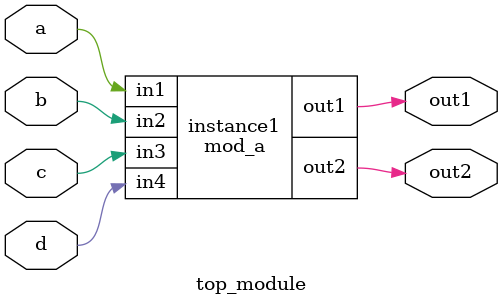
<source format=v>

module mod_a (
    output out1,
    output out2,
    input in1,
    input in2,
    input in3,
    input in4
);
    assign out1 = ~(in1^in2);
    assign out2 =  (in3^in4);

endmodule

module top_module(
    input a,
    input b,
    input c,
    input d,
    output out1,
    output out2
);
    mod_a instance1(.out1(out1),.out2(out2),.in1(a),.in2(b),.in3(c),.in4(d));

endmodule

</source>
